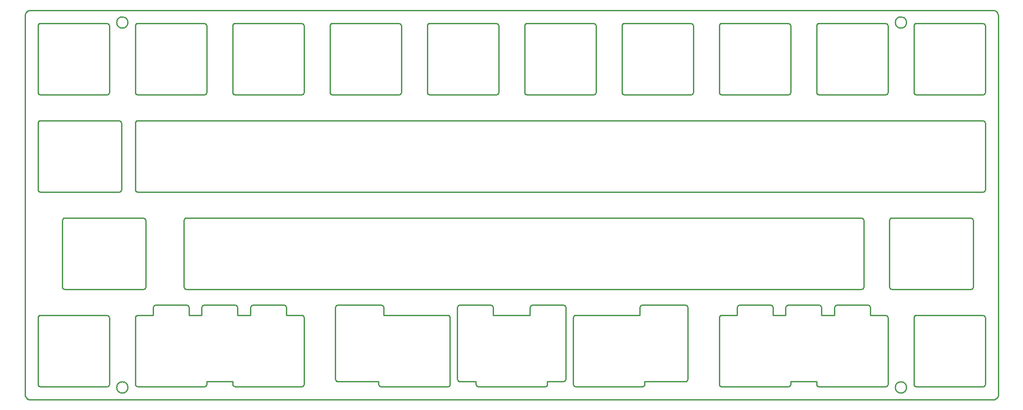
<source format=gm1>
%TF.GenerationSoftware,KiCad,Pcbnew,7.0.6*%
%TF.CreationDate,2023-10-29T00:27:11-04:00*%
%TF.ProjectId,dual-stagger-good-delivery-plate,6475616c-2d73-4746-9167-6765722d676f,rev?*%
%TF.SameCoordinates,PX3318a14PY7a102be*%
%TF.FileFunction,Profile,NP*%
%FSLAX46Y46*%
G04 Gerber Fmt 4.6, Leading zero omitted, Abs format (unit mm)*
G04 Created by KiCad (PCBNEW 7.0.6) date 2023-10-29 00:27:11*
%MOMM*%
%LPD*%
G01*
G04 APERTURE LIST*
%TA.AperFunction,Profile*%
%ADD10C,0.250000*%
%TD*%
%ADD11C,0.250000*%
G04 APERTURE END LIST*
D10*
X20150000Y73818752D02*
G75*
G03*
X20150000Y73818752I-1100000J0D01*
G01*
X172550000Y73818752D02*
G75*
G03*
X172550000Y73818752I-1100000J0D01*
G01*
X20150000Y2381250D02*
G75*
G03*
X20150000Y2381250I-1100000J0D01*
G01*
X172550000Y2381250D02*
G75*
G03*
X172550000Y2381250I-1100000J0D01*
G01*
D11*
X1000000Y76200002D02*
X750084Y76168520D01*
X481463Y76055229D01*
X259781Y75872380D01*
X98610Y75633544D01*
X11522Y75352293D01*
X0Y75200002D01*
D10*
X189500000Y76200002D02*
X1000000Y76200002D01*
D11*
X190500000Y75200002D02*
X190468517Y75449918D01*
X190355226Y75718539D01*
X190172377Y75940221D01*
X189933541Y76101392D01*
X189652290Y76188480D01*
X189500000Y76200002D01*
D10*
X190500000Y1000000D02*
X190500000Y75200002D01*
D11*
X189500000Y0D02*
X189749915Y31483D01*
X190018536Y144774D01*
X190240218Y327623D01*
X190401389Y566459D01*
X190488477Y847710D01*
X190500000Y1000000D01*
D10*
X1587500Y0D02*
X189500000Y0D01*
X999999Y1D02*
X1587500Y0D01*
D11*
X0Y1000001D02*
X31482Y750086D01*
X144773Y481465D01*
X327622Y259783D01*
X566458Y98612D01*
X847709Y11524D01*
X999999Y1D01*
D10*
X0Y75200002D02*
X0Y1000001D01*
X129238008Y3524615D02*
X121300008Y3524616D01*
D11*
X129738008Y4024615D02*
X129665621Y3765347D01*
X129476337Y3584963D01*
X129238008Y3524615D01*
D10*
X129738008Y18024615D02*
X129738008Y4024615D01*
D11*
X129238008Y18524615D02*
X129497276Y18452229D01*
X129677660Y18262945D01*
X129738008Y18024615D01*
D10*
X120825008Y18524615D02*
X129238008Y18524615D01*
D11*
X120325008Y18024615D02*
X120397394Y18283884D01*
X120586678Y18464268D01*
X120825008Y18524615D01*
D10*
X120325008Y16524998D02*
X120325008Y18024615D01*
X107800008Y16525018D02*
X120325008Y16524998D01*
D11*
X107300008Y16025018D02*
X107372394Y16284287D01*
X107561678Y16464671D01*
X107800008Y16525018D01*
D10*
X107300008Y3025018D02*
X107300008Y16025018D01*
D11*
X107800008Y2525018D02*
X107540739Y2597405D01*
X107360355Y2786689D01*
X107300008Y3025018D01*
D10*
X120800008Y2525018D02*
X107800008Y2525018D01*
D11*
X121300008Y3025018D02*
X121227621Y2765750D01*
X121038337Y2585366D01*
X120800008Y2525018D01*
D10*
X121300008Y3524616D02*
X121300008Y3025018D01*
X154925003Y3524608D02*
X149874993Y3524608D01*
X154925003Y3025018D02*
X154925003Y3524608D01*
D11*
X155425003Y2525018D02*
X155165734Y2597405D01*
X154985350Y2786689D01*
X154925003Y3025018D01*
D10*
X168425003Y2525018D02*
X155425003Y2525018D01*
D11*
X168925003Y3025018D02*
X168852616Y2765750D01*
X168663332Y2585366D01*
X168425003Y2525018D01*
D10*
X168925003Y16025018D02*
X168925003Y3025018D01*
D11*
X168425003Y16525018D02*
X168684271Y16452632D01*
X168864655Y16263348D01*
X168925003Y16025018D01*
D10*
X165424988Y16525019D02*
X168425003Y16525018D01*
X165424988Y18024610D02*
X165424988Y16525019D01*
D11*
X164924988Y18524610D02*
X165184256Y18452224D01*
X165364640Y18262940D01*
X165424988Y18024610D01*
D10*
X158924988Y18524610D02*
X164924988Y18524610D01*
D11*
X158424988Y18024610D02*
X158497374Y18283879D01*
X158686658Y18464263D01*
X158924988Y18524610D01*
D10*
X158424988Y16525019D02*
X158424988Y18024610D01*
X155899998Y16525019D02*
X158424988Y16525019D01*
X155899998Y18024610D02*
X155899998Y16525019D01*
D11*
X155399998Y18524610D02*
X155659266Y18452224D01*
X155839650Y18262940D01*
X155899998Y18024610D01*
D10*
X149399998Y18524610D02*
X155399998Y18524610D01*
D11*
X148899998Y18024610D02*
X148972384Y18283879D01*
X149161668Y18464263D01*
X149399998Y18524610D01*
D10*
X148899998Y16525019D02*
X148899998Y18024610D01*
X146374993Y16525019D02*
X148899998Y16525019D01*
X146374993Y18024610D02*
X146374993Y16525019D01*
D11*
X145874993Y18524610D02*
X146134261Y18452224D01*
X146314645Y18262940D01*
X146374993Y18024610D01*
D10*
X139874993Y18524610D02*
X145874993Y18524610D01*
D11*
X139374993Y18024610D02*
X139447379Y18283879D01*
X139636663Y18464263D01*
X139874993Y18524610D01*
D10*
X139374993Y16525019D02*
X139374993Y18024610D01*
X136374993Y16525018D02*
X139374993Y16525019D01*
D11*
X135874993Y16025018D02*
X135947379Y16284287D01*
X136136663Y16464671D01*
X136374993Y16525018D01*
D10*
X135874993Y3025018D02*
X135874993Y16025018D01*
D11*
X136374993Y2525018D02*
X136115724Y2597405D01*
X135935340Y2786689D01*
X135874993Y3025018D01*
D10*
X149374993Y2525018D02*
X136374993Y2525018D01*
D11*
X149874993Y3025018D02*
X149802606Y2765750D01*
X149613322Y2585366D01*
X149374993Y2525018D01*
D10*
X149874993Y3524608D02*
X149874993Y3025018D01*
X61261993Y3524615D02*
X69199993Y3524616D01*
D11*
X60761993Y4024615D02*
X60834379Y3765347D01*
X61023663Y3584963D01*
X61261993Y3524615D01*
D10*
X60761993Y18024615D02*
X60761993Y4024615D01*
D11*
X61261993Y18524615D02*
X61002724Y18452229D01*
X60822340Y18262945D01*
X60761993Y18024615D01*
D10*
X69674993Y18524615D02*
X61261993Y18524615D01*
D11*
X70174993Y18024615D02*
X70102606Y18283884D01*
X69913322Y18464268D01*
X69674993Y18524615D01*
D10*
X70174993Y16524998D02*
X70174993Y18024615D01*
X82699993Y16525018D02*
X70174993Y16524998D01*
D11*
X83199993Y16025018D02*
X83127606Y16284287D01*
X82938322Y16464671D01*
X82699993Y16525018D01*
D10*
X83199993Y3025018D02*
X83199993Y16025018D01*
D11*
X82699993Y2525018D02*
X82959261Y2597405D01*
X83139645Y2786689D01*
X83199993Y3025018D01*
D10*
X69699993Y2525018D02*
X82699993Y2525018D01*
D11*
X69199993Y3025018D02*
X69272379Y2765750D01*
X69461663Y2585366D01*
X69699993Y2525018D01*
D10*
X69199993Y3524616D02*
X69199993Y3025018D01*
D11*
X187975013Y60175003D02*
X187902626Y59915735D01*
X187713342Y59735351D01*
X187475013Y59675003D01*
D10*
X187975013Y73175003D02*
X187975013Y60175003D01*
D11*
X187475013Y73675003D02*
X187734281Y73602617D01*
X187914665Y73413333D01*
X187975013Y73175003D01*
D10*
X174475013Y73675003D02*
X187475013Y73675003D01*
D11*
X173975013Y73175003D02*
X174047399Y73434272D01*
X174236683Y73614656D01*
X174475013Y73675003D01*
D10*
X173975013Y60175003D02*
X173975013Y73175003D01*
D11*
X174475013Y59675003D02*
X174215744Y59747390D01*
X174035360Y59936674D01*
X173975013Y60175003D01*
D10*
X187475013Y59675003D02*
X174475013Y59675003D01*
D11*
X130824993Y60175003D02*
X130752606Y59915735D01*
X130563322Y59735351D01*
X130324993Y59675003D01*
D10*
X130824993Y73175003D02*
X130824993Y60175003D01*
D11*
X130324993Y73675003D02*
X130584261Y73602617D01*
X130764645Y73413333D01*
X130824993Y73175003D01*
D10*
X117324993Y73675003D02*
X130324993Y73675003D01*
D11*
X116824993Y73175003D02*
X116897379Y73434272D01*
X117086663Y73614656D01*
X117324993Y73675003D01*
D10*
X116824993Y60175003D02*
X116824993Y73175003D01*
D11*
X117324993Y59675003D02*
X117065724Y59747390D01*
X116885340Y59936674D01*
X116824993Y60175003D01*
D10*
X130324993Y59675003D02*
X117324993Y59675003D01*
D11*
X149875003Y60175003D02*
X149802616Y59915735D01*
X149613332Y59735351D01*
X149375003Y59675003D01*
D10*
X149875003Y73175003D02*
X149875003Y60175003D01*
D11*
X149375003Y73675003D02*
X149634271Y73602617D01*
X149814655Y73413333D01*
X149875003Y73175003D01*
D10*
X136375003Y73675003D02*
X149375003Y73675003D01*
D11*
X135875003Y73175003D02*
X135947389Y73434272D01*
X136136673Y73614656D01*
X136375003Y73675003D01*
D10*
X135875003Y60175003D02*
X135875003Y73175003D01*
D11*
X136375003Y59675003D02*
X136115734Y59747390D01*
X135935350Y59936674D01*
X135875003Y60175003D01*
D10*
X149375003Y59675003D02*
X136375003Y59675003D01*
D11*
X168925013Y60175003D02*
X168852626Y59915735D01*
X168663342Y59735351D01*
X168425013Y59675003D01*
D10*
X168925013Y73175003D02*
X168925013Y60175003D01*
D11*
X168425013Y73675003D02*
X168684281Y73602617D01*
X168864665Y73413333D01*
X168925013Y73175003D01*
D10*
X155425013Y73675003D02*
X168425013Y73675003D01*
D11*
X154925013Y73175003D02*
X154997399Y73434272D01*
X155186683Y73614656D01*
X155425013Y73675003D01*
D10*
X154925013Y60175003D02*
X154925013Y73175003D01*
D11*
X155425013Y59675003D02*
X155165744Y59747390D01*
X154985360Y59936674D01*
X154925013Y60175003D01*
D10*
X168425013Y59675003D02*
X155425013Y59675003D01*
D11*
X73674998Y60175003D02*
X73602611Y59915735D01*
X73413327Y59735351D01*
X73174998Y59675003D01*
D10*
X73674998Y73175003D02*
X73674998Y60175003D01*
D11*
X73174998Y73675003D02*
X73434266Y73602617D01*
X73614650Y73413333D01*
X73674998Y73175003D01*
D10*
X60174998Y73675003D02*
X73174998Y73675003D01*
D11*
X59674998Y73175003D02*
X59747384Y73434272D01*
X59936668Y73614656D01*
X60174998Y73675003D01*
D10*
X59674998Y60175003D02*
X59674998Y73175003D01*
D11*
X60174998Y59675003D02*
X59915729Y59747390D01*
X59735345Y59936674D01*
X59674998Y60175003D01*
D10*
X73174998Y59675003D02*
X60174998Y59675003D01*
D11*
X92725008Y60175003D02*
X92652621Y59915735D01*
X92463337Y59735351D01*
X92225008Y59675003D01*
D10*
X92725008Y73175003D02*
X92725008Y60175003D01*
D11*
X92225008Y73675003D02*
X92484276Y73602617D01*
X92664660Y73413333D01*
X92725008Y73175003D01*
D10*
X79225008Y73675003D02*
X92225008Y73675003D01*
D11*
X78725008Y73175003D02*
X78797394Y73434272D01*
X78986678Y73614656D01*
X79225008Y73675003D01*
D10*
X78725008Y60175003D02*
X78725008Y73175003D01*
D11*
X79225008Y59675003D02*
X78965739Y59747390D01*
X78785355Y59936674D01*
X78725008Y60175003D01*
D10*
X92225008Y59675003D02*
X79225008Y59675003D01*
D11*
X111775018Y60175003D02*
X111702631Y59915735D01*
X111513347Y59735351D01*
X111275018Y59675003D01*
D10*
X111775018Y73175003D02*
X111775018Y60175003D01*
D11*
X111275018Y73675003D02*
X111534286Y73602617D01*
X111714670Y73413333D01*
X111775018Y73175003D01*
D10*
X98275018Y73675003D02*
X111275018Y73675003D01*
D11*
X97775018Y73175003D02*
X97847404Y73434272D01*
X98036688Y73614656D01*
X98275018Y73675003D01*
D10*
X97775018Y60175003D02*
X97775018Y73175003D01*
D11*
X98275018Y59675003D02*
X98015749Y59747390D01*
X97835365Y59936674D01*
X97775018Y60175003D01*
D10*
X111275018Y59675003D02*
X98275018Y59675003D01*
D11*
X16524993Y60175003D02*
X16452606Y59915735D01*
X16263322Y59735351D01*
X16024993Y59675003D01*
D10*
X16524993Y73175003D02*
X16524993Y60175003D01*
D11*
X16024993Y73675003D02*
X16284261Y73602617D01*
X16464645Y73413333D01*
X16524993Y73175003D01*
D10*
X3024993Y73675003D02*
X16024993Y73675003D01*
D11*
X2524993Y73175003D02*
X2597379Y73434272D01*
X2786663Y73614656D01*
X3024993Y73675003D01*
D10*
X2524993Y60175003D02*
X2524993Y73175003D01*
D11*
X3024993Y59675003D02*
X2765724Y59747390D01*
X2585340Y59936674D01*
X2524993Y60175003D01*
D10*
X16024993Y59675003D02*
X3024993Y59675003D01*
D11*
X35575003Y60175003D02*
X35502616Y59915735D01*
X35313332Y59735351D01*
X35075003Y59675003D01*
D10*
X35575003Y73175003D02*
X35575003Y60175003D01*
D11*
X35075003Y73675003D02*
X35334271Y73602617D01*
X35514655Y73413333D01*
X35575003Y73175003D01*
D10*
X22075003Y73675003D02*
X35075003Y73675003D01*
D11*
X21575003Y73175003D02*
X21647389Y73434272D01*
X21836673Y73614656D01*
X22075003Y73675003D01*
D10*
X21575003Y60175003D02*
X21575003Y73175003D01*
D11*
X22075003Y59675003D02*
X21815734Y59747390D01*
X21635350Y59936674D01*
X21575003Y60175003D01*
D10*
X35075003Y59675003D02*
X22075003Y59675003D01*
D11*
X54625013Y60175003D02*
X54552626Y59915735D01*
X54363342Y59735351D01*
X54125013Y59675003D01*
D10*
X54625013Y73175003D02*
X54625013Y60175003D01*
D11*
X54125013Y73675003D02*
X54384281Y73602617D01*
X54564665Y73413333D01*
X54625013Y73175003D01*
D10*
X41125013Y73675003D02*
X54125013Y73675003D01*
D11*
X40625013Y73175003D02*
X40697399Y73434272D01*
X40886683Y73614656D01*
X41125013Y73675003D01*
D10*
X40625013Y60175003D02*
X40625013Y73175003D01*
D11*
X41125013Y59675003D02*
X40865744Y59747390D01*
X40685360Y59936674D01*
X40625013Y60175003D01*
D10*
X54125013Y59675003D02*
X41125013Y59675003D01*
D11*
X187975003Y3024998D02*
X187902616Y2765730D01*
X187713332Y2585346D01*
X187475003Y2524998D01*
D10*
X187975003Y16024998D02*
X187975003Y3024998D01*
D11*
X187475003Y16524998D02*
X187734271Y16452612D01*
X187914655Y16263328D01*
X187975003Y16024998D01*
D10*
X174475003Y16524998D02*
X187475003Y16524998D01*
D11*
X173975003Y16024998D02*
X174047389Y16284267D01*
X174236673Y16464651D01*
X174475003Y16524998D01*
D10*
X173975003Y3024998D02*
X173975003Y16024998D01*
D11*
X174475003Y2524998D02*
X174215734Y2597385D01*
X174035350Y2786669D01*
X173975003Y3024998D01*
D10*
X187475003Y2524998D02*
X174475003Y2524998D01*
D11*
X16524988Y3025018D02*
X16452601Y2765750D01*
X16263317Y2585366D01*
X16024988Y2525018D01*
D10*
X16524988Y16025018D02*
X16524988Y3025018D01*
D11*
X16024988Y16525018D02*
X16284256Y16452632D01*
X16464640Y16263348D01*
X16524988Y16025018D01*
D10*
X3024988Y16525018D02*
X16024988Y16525018D01*
D11*
X2524988Y16025018D02*
X2597374Y16284287D01*
X2786658Y16464671D01*
X3024988Y16525018D01*
D10*
X2524988Y3025018D02*
X2524988Y16025018D01*
D11*
X3024988Y2525018D02*
X2765719Y2597405D01*
X2585335Y2786689D01*
X2524988Y3025018D01*
D10*
X16024988Y2525018D02*
X3024988Y2525018D01*
X35574998Y3524608D02*
X40625008Y3524608D01*
X35574998Y3025018D02*
X35574998Y3524608D01*
D11*
X35074998Y2525018D02*
X35334266Y2597405D01*
X35514650Y2786689D01*
X35574998Y3025018D01*
D10*
X22074998Y2525018D02*
X35074998Y2525018D01*
D11*
X21574998Y3025018D02*
X21647384Y2765750D01*
X21836668Y2585366D01*
X22074998Y2525018D01*
D10*
X21574998Y16025018D02*
X21574998Y3025018D01*
D11*
X22074998Y16525018D02*
X21815729Y16452632D01*
X21635345Y16263348D01*
X21574998Y16025018D01*
D10*
X25075013Y16525019D02*
X22074998Y16525018D01*
X25075013Y18024610D02*
X25075013Y16525019D01*
D11*
X25575013Y18524610D02*
X25315744Y18452224D01*
X25135360Y18262940D01*
X25075013Y18024610D01*
D10*
X31575013Y18524610D02*
X25575013Y18524610D01*
D11*
X32075013Y18024610D02*
X32002626Y18283879D01*
X31813342Y18464263D01*
X31575013Y18524610D01*
D10*
X32075013Y16525019D02*
X32075013Y18024610D01*
X34600003Y16525019D02*
X32075013Y16525019D01*
X34600003Y18024610D02*
X34600003Y16525019D01*
D11*
X35100003Y18524610D02*
X34840734Y18452224D01*
X34660350Y18262940D01*
X34600003Y18024610D01*
D10*
X41100003Y18524610D02*
X35100003Y18524610D01*
D11*
X41600003Y18024610D02*
X41527616Y18283879D01*
X41338332Y18464263D01*
X41100003Y18524610D01*
D10*
X41600003Y16525019D02*
X41600003Y18024610D01*
X44125008Y16525019D02*
X41600003Y16525019D01*
X44125008Y18024610D02*
X44125008Y16525019D01*
D11*
X44625008Y18524610D02*
X44365739Y18452224D01*
X44185355Y18262940D01*
X44125008Y18024610D01*
D10*
X50625008Y18524610D02*
X44625008Y18524610D01*
D11*
X51125008Y18024610D02*
X51052621Y18283879D01*
X50863337Y18464263D01*
X50625008Y18524610D01*
D10*
X51125008Y16525019D02*
X51125008Y18024610D01*
X54125008Y16525018D02*
X51125008Y16525019D01*
D11*
X54625008Y16025018D02*
X54552621Y16284287D01*
X54363337Y16464671D01*
X54125008Y16525018D01*
D10*
X54625008Y3025018D02*
X54625008Y16025018D01*
D11*
X54125008Y2525018D02*
X54384276Y2597405D01*
X54564660Y2786689D01*
X54625008Y3025018D01*
D10*
X41125008Y2525018D02*
X54125008Y2525018D01*
D11*
X40625008Y3025018D02*
X40697394Y2765750D01*
X40886678Y2585366D01*
X41125008Y2525018D01*
D10*
X40625008Y3524608D02*
X40625008Y3025018D01*
X102250008Y3524616D02*
X105362003Y3524615D01*
X102250008Y3025018D02*
X102250008Y3524616D01*
D11*
X101750008Y2525018D02*
X102009276Y2597405D01*
X102189660Y2786689D01*
X102250008Y3025018D01*
D10*
X88750008Y2525018D02*
X101750008Y2525018D01*
D11*
X88250008Y3025018D02*
X88322394Y2765750D01*
X88511678Y2585366D01*
X88750008Y2525018D01*
D10*
X88250008Y3524616D02*
X88250008Y3025018D01*
X85138003Y3524615D02*
X88250008Y3524616D01*
D11*
X84638003Y4024615D02*
X84710389Y3765347D01*
X84899673Y3584963D01*
X85138003Y3524615D01*
D10*
X84638003Y18024615D02*
X84638003Y4024615D01*
D11*
X85138003Y18524615D02*
X84878734Y18452229D01*
X84698350Y18262945D01*
X84638003Y18024615D01*
D10*
X91138003Y18524615D02*
X85138003Y18524615D01*
D11*
X91638003Y18024615D02*
X91565616Y18283884D01*
X91376332Y18464268D01*
X91138003Y18524615D01*
D10*
X91638003Y16525021D02*
X91638003Y18024615D01*
X98862003Y16525021D02*
X91638003Y16525021D01*
X98862003Y18024615D02*
X98862003Y16525021D01*
D11*
X99362003Y18524615D02*
X99102734Y18452229D01*
X98922350Y18262945D01*
X98862003Y18024615D01*
D10*
X105362003Y18524615D02*
X99362003Y18524615D01*
D11*
X105862003Y18024615D02*
X105789616Y18283884D01*
X105600332Y18464268D01*
X105362003Y18524615D01*
D10*
X105862003Y4024615D02*
X105862003Y18024615D01*
D11*
X105362003Y3524615D02*
X105621271Y3597002D01*
X105801655Y3786286D01*
X105862003Y4024615D01*
X185593481Y22075013D02*
X185521094Y21815745D01*
X185331810Y21635361D01*
X185093481Y21575013D01*
D10*
X185593481Y35075013D02*
X185593481Y22075013D01*
D11*
X185093481Y35575013D02*
X185352749Y35502627D01*
X185533133Y35313343D01*
X185593481Y35075013D01*
D10*
X169712481Y35575013D02*
X185093481Y35575013D01*
D11*
X169212481Y35075013D02*
X169284867Y35334282D01*
X169474151Y35514666D01*
X169712481Y35575013D01*
D10*
X169212481Y22075013D02*
X169212481Y35075013D01*
D11*
X169712481Y21575013D02*
X169453212Y21647400D01*
X169272828Y21836684D01*
X169212481Y22075013D01*
D10*
X185093481Y21575013D02*
X169712481Y21575013D01*
D11*
X23655578Y22075021D02*
X23583191Y21815753D01*
X23393907Y21635369D01*
X23155578Y21575021D01*
D10*
X23655578Y35075021D02*
X23655578Y22075021D01*
D11*
X23155578Y35575021D02*
X23414846Y35502635D01*
X23595230Y35313351D01*
X23655578Y35075021D01*
D10*
X7774578Y35575021D02*
X23155578Y35575021D01*
D11*
X7274578Y35075021D02*
X7346964Y35334290D01*
X7536248Y35514674D01*
X7774578Y35575021D01*
D10*
X7274578Y22075021D02*
X7274578Y35075021D01*
D11*
X7774578Y21575021D02*
X7515309Y21647408D01*
X7334925Y21836692D01*
X7274578Y22075021D01*
D10*
X23155578Y21575021D02*
X7774578Y21575021D01*
D11*
X18906003Y41125008D02*
X18833616Y40865740D01*
X18644332Y40685356D01*
X18406003Y40625008D01*
D10*
X18906003Y54125008D02*
X18906003Y41125008D01*
D11*
X18406003Y54625008D02*
X18665271Y54552622D01*
X18845655Y54363338D01*
X18906003Y54125008D01*
D10*
X3025003Y54625008D02*
X18406003Y54625008D01*
D11*
X2525003Y54125008D02*
X2597389Y54384277D01*
X2786673Y54564661D01*
X3025003Y54625008D01*
D10*
X2525003Y41125008D02*
X2525003Y54125008D01*
D11*
X3025003Y40625008D02*
X2765734Y40697395D01*
X2585350Y40886679D01*
X2525003Y41125008D01*
D10*
X18406003Y40625008D02*
X3025003Y40625008D01*
D11*
X164162500Y22075001D02*
X164090113Y21815733D01*
X163900829Y21635349D01*
X163662500Y21575001D01*
D10*
X164162500Y35075001D02*
X164162500Y22075001D01*
D11*
X163662500Y35575001D02*
X163921768Y35502615D01*
X164102152Y35313331D01*
X164162500Y35075001D01*
D10*
X31599500Y35575001D02*
X163662500Y35575001D01*
D11*
X31099500Y35075001D02*
X31171886Y35334270D01*
X31361170Y35514654D01*
X31599500Y35575001D01*
D10*
X31099500Y22075001D02*
X31099500Y35075001D01*
D11*
X31599500Y21575001D02*
X31340231Y21647388D01*
X31159847Y21836672D01*
X31099500Y22075001D01*
D10*
X163662500Y21575001D02*
X31599500Y21575001D01*
D11*
X187974993Y41125008D02*
X187902606Y40865740D01*
X187713322Y40685356D01*
X187474993Y40625008D01*
D10*
X187974993Y54125008D02*
X187974993Y41125008D01*
D11*
X187474993Y54625008D02*
X187734261Y54552622D01*
X187914645Y54363338D01*
X187974993Y54125008D01*
D10*
X22074993Y54625008D02*
X187474993Y54625008D01*
D11*
X21574993Y54125008D02*
X21647379Y54384277D01*
X21836663Y54564661D01*
X22074993Y54625008D01*
D10*
X21574993Y41125008D02*
X21574993Y54125008D01*
D11*
X22074993Y40625008D02*
X21815724Y40697395D01*
X21635340Y40886679D01*
X21574993Y41125008D01*
D10*
X187474993Y40625008D02*
X22074993Y40625008D01*
M02*

</source>
